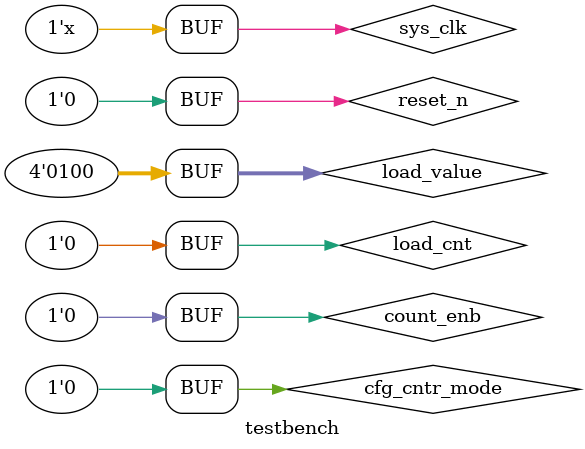
<source format=v>

module testbench;
   
   wire [3:0]count_out;
   reg [3:0]load_value;
   reg sys_clk,cfg_cntr_mode,reset_n,count_enb,load_cnt;
   wire carry_out;
   
dec_ctr ctr1(sys_clk,cfg_cntr_mode,count_enb,reset_n,load_cnt,load_value,count_out,carry_out);
initial
 begin
 $dumpfile ("tb_dec_ctr.vcd");
$dumpvars(0,testbench);
$monitor(sys_clk,cfg_cntr_mode,count_enb,reset_n,load_cnt,load_value,count_out,carry_out);
 sys_clk = 0; 
 end   
always #5 sys_clk = ~sys_clk;
initial
 begin 

 cfg_cntr_mode = 1;  //load count check
 reset_n= 1;
 load_cnt =1;
 count_enb =0;
 #10 load_value= 4'b0111;
 #10 load_value = 4'b0101;
 #10 load_value = 4'b0100;

 #10 load_cnt = 0;   //up counter check
     count_enb =1;
 #45
 
 #10 cfg_cntr_mode = 0;  //down_counter check
 #45  
 #10 count_enb = 0;
 #10 count_enb = 0;
 #10 count_enb = 0;
 #10 reset_n =0;
 #10 reset_n =0;




 

 end






 





  
endmodule

     

</source>
